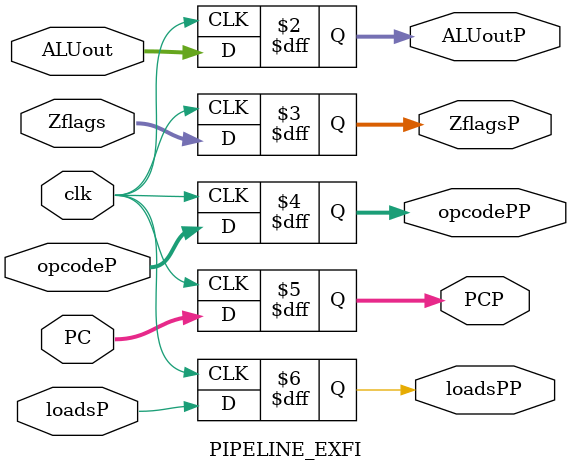
<source format=sv>
module PIPELINE_EXFI(ALUout, Zflags, PC, loadsP, opcodeP, opcodePP, loadsPP, ALUoutP, ZflagsP, PCP, clk);

    input clk; 
    input [15:0] ALUout; 
    input [2:0] Zflags, opcodeP; 
    input [8:0] PC; 
    input loadsP;

    output reg [15:0] ALUoutP; 
    output reg [2:0] ZflagsP, opcodePP;
    output reg [8:0] PCP; 
    output reg loadsPP;

    always_ff @(posedge clk) begin 
        ALUoutP <= ALUout;
        ZflagsP <= Zflags; 
        PCP <= PC;
        loadsPP <= loadsP; 
        opcodePP <= opcodeP;
    end

endmodule : PIPELINE_EXFI
</source>
